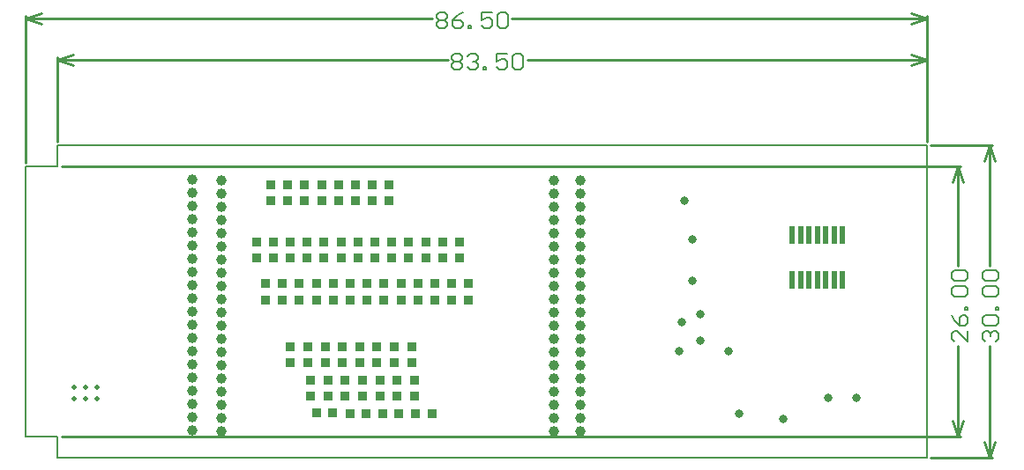
<source format=gbl>
G04*
G04 #@! TF.GenerationSoftware,Altium Limited,Altium Designer,22.6.1 (34)*
G04*
G04 Layer_Physical_Order=6*
G04 Layer_Color=16711680*
%FSLAX25Y25*%
%MOIN*%
G70*
G04*
G04 #@! TF.SameCoordinates,4A999195-7229-471D-A063-F470427C1832*
G04*
G04*
G04 #@! TF.FilePolarity,Positive*
G04*
G01*
G75*
%ADD13C,0.00787*%
%ADD14C,0.01000*%
%ADD16C,0.00600*%
%ADD24R,0.03543X0.03740*%
%ADD26R,0.03740X0.03543*%
%ADD28R,0.03543X0.03740*%
%ADD34R,0.03740X0.03543*%
%ADD58C,0.03937*%
%ADD59C,0.03150*%
%ADD60C,0.01968*%
%ADD65R,0.02165X0.07087*%
D13*
X11836Y110261D02*
Y118135D01*
Y25D02*
Y7899D01*
X25D02*
X11836D01*
X25Y110261D02*
X11836D01*
Y25D02*
X340576D01*
Y118135D01*
X11836D02*
X340576D01*
X25Y7899D02*
Y110261D01*
D14*
X350362Y13874D02*
X352362Y7874D01*
X354362Y13874D01*
X352362Y110236D02*
X354362Y104236D01*
X350362D02*
X352362Y110236D01*
Y7874D02*
Y42360D01*
Y72551D02*
Y110236D01*
X13780Y7874D02*
X353362D01*
X13780Y110236D02*
X353362D01*
X11836Y150591D02*
X17836Y152591D01*
X11836Y150591D02*
X17836Y148591D01*
X334576D02*
X340576Y150591D01*
X334576Y152591D02*
X340576Y150591D01*
X11836D02*
X159511D01*
X189702D02*
X340576D01*
X11836Y119529D02*
Y151591D01*
X340576Y119529D02*
Y151591D01*
X364173Y118135D02*
X366173Y112135D01*
X362173D02*
X364173Y118135D01*
X362173Y6025D02*
X364173Y25D01*
X366173Y6025D01*
X364173Y72576D02*
Y118135D01*
Y25D02*
Y42384D01*
X341970Y118135D02*
X365173D01*
X341970Y25D02*
X365173D01*
X25Y166339D02*
X6025Y168339D01*
X25Y166339D02*
X6025Y164339D01*
X334576D02*
X340576Y166339D01*
X334576Y168339D02*
X340576Y166339D01*
X25D02*
X153605D01*
X183796D02*
X340576D01*
X25Y111655D02*
Y167339D01*
X340576Y119529D02*
Y167339D01*
D16*
X355961Y47958D02*
Y43960D01*
X351962Y47958D01*
X350963D01*
X349963Y46959D01*
Y44959D01*
X350963Y43960D01*
X349963Y53956D02*
X350963Y51957D01*
X352962Y49957D01*
X354961D01*
X355961Y50957D01*
Y52957D01*
X354961Y53956D01*
X353962D01*
X352962Y52957D01*
Y49957D01*
X355961Y55956D02*
X354961D01*
Y56955D01*
X355961D01*
Y55956D01*
X350963Y60954D02*
X349963Y61954D01*
Y63953D01*
X350963Y64953D01*
X354961D01*
X355961Y63953D01*
Y61954D01*
X354961Y60954D01*
X350963D01*
Y66952D02*
X349963Y67952D01*
Y69951D01*
X350963Y70951D01*
X354961D01*
X355961Y69951D01*
Y67952D01*
X354961Y66952D01*
X350963D01*
X161110Y151990D02*
X162110Y152990D01*
X164110D01*
X165109Y151990D01*
Y150990D01*
X164110Y149991D01*
X165109Y148991D01*
Y147991D01*
X164110Y146992D01*
X162110D01*
X161110Y147991D01*
Y148991D01*
X162110Y149991D01*
X161110Y150990D01*
Y151990D01*
X162110Y149991D02*
X164110D01*
X167109Y151990D02*
X168108Y152990D01*
X170107D01*
X171107Y151990D01*
Y150990D01*
X170107Y149991D01*
X169108D01*
X170107D01*
X171107Y148991D01*
Y147991D01*
X170107Y146992D01*
X168108D01*
X167109Y147991D01*
X173107Y146992D02*
Y147991D01*
X174106D01*
Y146992D01*
X173107D01*
X182104Y152990D02*
X178105D01*
Y149991D01*
X180104Y150990D01*
X181104D01*
X182104Y149991D01*
Y147991D01*
X181104Y146992D01*
X179105D01*
X178105Y147991D01*
X184103Y151990D02*
X185103Y152990D01*
X187102D01*
X188102Y151990D01*
Y147991D01*
X187102Y146992D01*
X185103D01*
X184103Y147991D01*
Y151990D01*
X362774Y43984D02*
X361774Y44984D01*
Y46984D01*
X362774Y47983D01*
X363773D01*
X364773Y46984D01*
Y45984D01*
Y46984D01*
X365773Y47983D01*
X366773D01*
X367772Y46984D01*
Y44984D01*
X366773Y43984D01*
X362774Y49983D02*
X361774Y50982D01*
Y52982D01*
X362774Y53981D01*
X366773D01*
X367772Y52982D01*
Y50982D01*
X366773Y49983D01*
X362774D01*
X367772Y55981D02*
X366773D01*
Y56980D01*
X367772D01*
Y55981D01*
X362774Y60979D02*
X361774Y61979D01*
Y63978D01*
X362774Y64978D01*
X366773D01*
X367772Y63978D01*
Y61979D01*
X366773Y60979D01*
X362774D01*
Y66977D02*
X361774Y67977D01*
Y69976D01*
X362774Y70976D01*
X366773D01*
X367772Y69976D01*
Y67977D01*
X366773Y66977D01*
X362774D01*
X155205Y167738D02*
X156205Y168738D01*
X158204D01*
X159204Y167738D01*
Y166738D01*
X158204Y165739D01*
X159204Y164739D01*
Y163739D01*
X158204Y162740D01*
X156205D01*
X155205Y163739D01*
Y164739D01*
X156205Y165739D01*
X155205Y166738D01*
Y167738D01*
X156205Y165739D02*
X158204D01*
X165202Y168738D02*
X163202Y167738D01*
X161203Y165739D01*
Y163739D01*
X162203Y162740D01*
X164202D01*
X165202Y163739D01*
Y164739D01*
X164202Y165739D01*
X161203D01*
X167201Y162740D02*
Y163739D01*
X168201D01*
Y162740D01*
X167201D01*
X176198Y168738D02*
X172199D01*
Y165739D01*
X174199Y166738D01*
X175198D01*
X176198Y165739D01*
Y163739D01*
X175198Y162740D01*
X173199D01*
X172199Y163739D01*
X178198Y167738D02*
X179197Y168738D01*
X181196D01*
X182196Y167738D01*
Y163739D01*
X181196Y162740D01*
X179197D01*
X178198Y163739D01*
Y167738D01*
D24*
X134964Y16716D02*
D03*
X141066D02*
D03*
X122518D02*
D03*
X128620D02*
D03*
X147409D02*
D03*
X153512D02*
D03*
D26*
X145881Y41903D02*
D03*
Y35801D02*
D03*
X146955Y29261D02*
D03*
Y23158D02*
D03*
X127334Y29261D02*
D03*
Y23158D02*
D03*
X133875Y29261D02*
D03*
Y23158D02*
D03*
X107714Y29261D02*
D03*
Y23158D02*
D03*
X114254Y29261D02*
D03*
Y23158D02*
D03*
X120794Y29261D02*
D03*
Y23158D02*
D03*
X140415Y29261D02*
D03*
Y23158D02*
D03*
X100100Y41903D02*
D03*
Y35801D02*
D03*
X119720Y41903D02*
D03*
Y35801D02*
D03*
X106640Y41903D02*
D03*
Y35801D02*
D03*
X113180Y41903D02*
D03*
Y35801D02*
D03*
X126261Y41903D02*
D03*
Y35801D02*
D03*
X132801Y41903D02*
D03*
Y35801D02*
D03*
X139341Y41903D02*
D03*
Y35801D02*
D03*
D28*
X141814Y59750D02*
D03*
Y65852D02*
D03*
X148214Y59750D02*
D03*
Y65852D02*
D03*
X135414Y59750D02*
D03*
Y65852D02*
D03*
X154614Y59750D02*
D03*
Y65852D02*
D03*
X161014Y59750D02*
D03*
Y65852D02*
D03*
X167414Y59750D02*
D03*
Y65852D02*
D03*
X129014Y59750D02*
D03*
Y65852D02*
D03*
X90614Y59750D02*
D03*
Y65852D02*
D03*
X97014Y59750D02*
D03*
Y65852D02*
D03*
X103414Y59750D02*
D03*
Y65852D02*
D03*
X109814Y59750D02*
D03*
Y65852D02*
D03*
X116214Y59750D02*
D03*
Y65852D02*
D03*
X122614Y59750D02*
D03*
Y65852D02*
D03*
X151199Y75498D02*
D03*
Y81600D02*
D03*
X138400Y75498D02*
D03*
Y81600D02*
D03*
X144799Y75498D02*
D03*
Y81600D02*
D03*
X163999Y75498D02*
D03*
Y81600D02*
D03*
X157599Y75498D02*
D03*
Y81600D02*
D03*
X132000Y75498D02*
D03*
Y81600D02*
D03*
X119200Y75498D02*
D03*
Y81600D02*
D03*
X125600Y75498D02*
D03*
Y81600D02*
D03*
X112800Y75498D02*
D03*
Y81600D02*
D03*
X106400Y75498D02*
D03*
Y81600D02*
D03*
X93599Y75498D02*
D03*
Y81600D02*
D03*
X87199Y75498D02*
D03*
Y81600D02*
D03*
X99999Y75498D02*
D03*
Y81600D02*
D03*
X99044Y97151D02*
D03*
Y103253D02*
D03*
X111844Y97151D02*
D03*
Y103253D02*
D03*
X105444Y97151D02*
D03*
Y103253D02*
D03*
X92644Y97151D02*
D03*
Y103253D02*
D03*
X137444Y97151D02*
D03*
Y103253D02*
D03*
X118244Y97151D02*
D03*
Y103253D02*
D03*
X124644Y97151D02*
D03*
Y103253D02*
D03*
X131044Y97151D02*
D03*
Y103253D02*
D03*
D34*
X116076Y16787D02*
D03*
X109974D02*
D03*
D58*
X209646Y104842D02*
D03*
Y99843D02*
D03*
Y94842D02*
D03*
Y89842D02*
D03*
Y84842D02*
D03*
Y79843D02*
D03*
Y74843D02*
D03*
Y69842D02*
D03*
Y64842D02*
D03*
Y59842D02*
D03*
Y54843D02*
D03*
Y49843D02*
D03*
Y44842D02*
D03*
Y39843D02*
D03*
Y34843D02*
D03*
Y29842D02*
D03*
Y24843D02*
D03*
Y19842D02*
D03*
Y14842D02*
D03*
Y9843D02*
D03*
X199803Y104842D02*
D03*
Y99843D02*
D03*
Y94842D02*
D03*
Y89842D02*
D03*
Y84842D02*
D03*
Y79843D02*
D03*
Y74843D02*
D03*
Y69842D02*
D03*
Y64842D02*
D03*
Y59842D02*
D03*
Y54843D02*
D03*
Y49843D02*
D03*
Y44842D02*
D03*
Y39843D02*
D03*
Y34843D02*
D03*
Y29842D02*
D03*
Y24843D02*
D03*
Y19842D02*
D03*
Y14842D02*
D03*
Y9843D02*
D03*
X73819Y104842D02*
D03*
Y99843D02*
D03*
Y94842D02*
D03*
Y89842D02*
D03*
Y84842D02*
D03*
Y79843D02*
D03*
Y74843D02*
D03*
Y69842D02*
D03*
Y64842D02*
D03*
Y59842D02*
D03*
Y54843D02*
D03*
Y49843D02*
D03*
Y44842D02*
D03*
Y39843D02*
D03*
Y34843D02*
D03*
Y29842D02*
D03*
Y24843D02*
D03*
Y19842D02*
D03*
Y14842D02*
D03*
Y9843D02*
D03*
X62992Y105394D02*
D03*
Y100394D02*
D03*
Y95394D02*
D03*
Y90394D02*
D03*
Y85394D02*
D03*
Y80394D02*
D03*
Y75394D02*
D03*
Y70394D02*
D03*
Y65394D02*
D03*
Y60394D02*
D03*
Y55394D02*
D03*
Y50394D02*
D03*
Y45394D02*
D03*
Y40394D02*
D03*
Y35394D02*
D03*
Y30394D02*
D03*
Y25394D02*
D03*
Y20394D02*
D03*
Y15394D02*
D03*
Y10394D02*
D03*
D59*
X248031Y51181D02*
D03*
X254921Y54134D02*
D03*
X251969Y66929D02*
D03*
Y82677D02*
D03*
X303150Y22638D02*
D03*
X313976D02*
D03*
X254921Y44291D02*
D03*
X247047Y40354D02*
D03*
X269685Y16732D02*
D03*
X286417Y14764D02*
D03*
X249016Y97441D02*
D03*
X265748Y40354D02*
D03*
D60*
X18307Y22441D02*
D03*
Y26772D02*
D03*
X22638Y22441D02*
D03*
Y26772D02*
D03*
X26969Y22441D02*
D03*
Y26772D02*
D03*
D65*
X289764Y84252D02*
D03*
Y67323D02*
D03*
X292913Y84252D02*
D03*
Y67323D02*
D03*
X296063Y84252D02*
D03*
Y67323D02*
D03*
X299213Y84252D02*
D03*
Y67323D02*
D03*
X302362Y84252D02*
D03*
Y67323D02*
D03*
X305512Y84252D02*
D03*
Y67323D02*
D03*
X308661Y84252D02*
D03*
Y67323D02*
D03*
M02*

</source>
